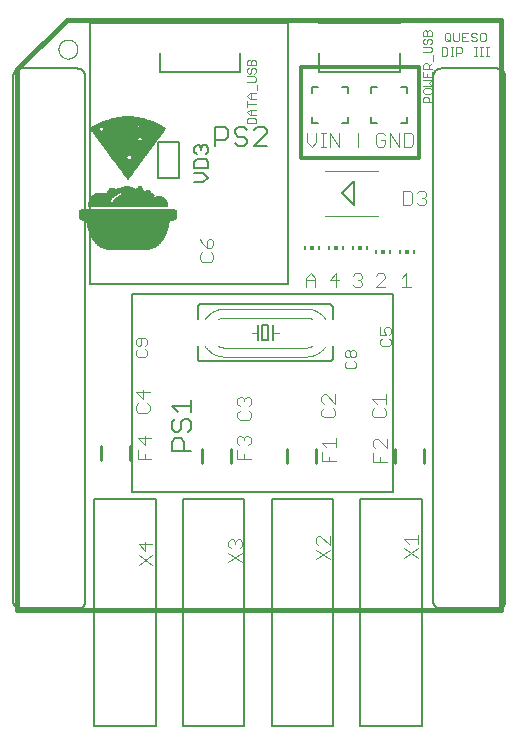
<source format=gto>
G75*
%MOIN*%
%OFA0B0*%
%FSLAX25Y25*%
%IPPOS*%
%LPD*%
%AMOC8*
5,1,8,0,0,1.08239X$1,22.5*
%
%ADD10C,0.01600*%
%ADD11C,0.00400*%
%ADD12C,0.01200*%
%ADD13C,0.00600*%
%ADD14C,0.00000*%
%ADD15C,0.00500*%
%ADD16C,0.01000*%
%ADD17C,0.00300*%
%ADD18R,0.00591X0.01181*%
%ADD19R,0.01181X0.01181*%
%ADD20C,0.00200*%
%ADD21C,0.00800*%
%ADD22R,0.14552X0.00131*%
%ADD23R,0.15732X0.00131*%
%ADD24R,0.16650X0.00131*%
%ADD25R,0.17306X0.00131*%
%ADD26R,0.17961X0.00131*%
%ADD27R,0.18485X0.00131*%
%ADD28R,0.18879X0.00131*%
%ADD29R,0.19272X0.00131*%
%ADD30R,0.19665X0.00131*%
%ADD31R,0.20059X0.00131*%
%ADD32R,0.20452X0.00131*%
%ADD33R,0.20714X0.00131*%
%ADD34R,0.20976X0.00131*%
%ADD35R,0.21370X0.00131*%
%ADD36R,0.21501X0.00131*%
%ADD37R,0.21763X0.00131*%
%ADD38R,0.22025X0.00131*%
%ADD39R,0.22287X0.00131*%
%ADD40R,0.22419X0.00131*%
%ADD41R,0.22681X0.00131*%
%ADD42R,0.22812X0.00131*%
%ADD43R,0.23074X0.00131*%
%ADD44R,0.23205X0.00131*%
%ADD45R,0.23336X0.00131*%
%ADD46R,0.23598X0.00131*%
%ADD47R,0.23730X0.00131*%
%ADD48R,0.23861X0.00131*%
%ADD49R,0.23992X0.00131*%
%ADD50R,0.24123X0.00131*%
%ADD51R,0.24385X0.00131*%
%ADD52R,0.24516X0.00131*%
%ADD53R,0.24647X0.00131*%
%ADD54R,0.24778X0.00131*%
%ADD55R,0.24909X0.00131*%
%ADD56R,0.25041X0.00131*%
%ADD57R,0.25172X0.00131*%
%ADD58R,0.25303X0.00131*%
%ADD59R,0.25434X0.00131*%
%ADD60R,0.25565X0.00131*%
%ADD61R,0.25696X0.00131*%
%ADD62R,0.25827X0.00131*%
%ADD63R,0.25958X0.00131*%
%ADD64R,0.26089X0.00131*%
%ADD65R,0.26220X0.00131*%
%ADD66R,0.26352X0.00131*%
%ADD67R,0.26483X0.00131*%
%ADD68R,0.26614X0.00131*%
%ADD69R,0.26745X0.00131*%
%ADD70R,0.26876X0.00131*%
%ADD71R,0.27007X0.00131*%
%ADD72R,0.27138X0.00131*%
%ADD73R,0.27269X0.00131*%
%ADD74R,0.27400X0.00131*%
%ADD75R,0.27531X0.00131*%
%ADD76R,0.27663X0.00131*%
%ADD77R,0.27794X0.00131*%
%ADD78R,0.27925X0.00131*%
%ADD79R,0.28056X0.00131*%
%ADD80R,0.30809X0.00131*%
%ADD81R,0.31465X0.00131*%
%ADD82R,0.31858X0.00131*%
%ADD83R,0.32251X0.00131*%
%ADD84R,0.32513X0.00131*%
%ADD85R,0.32644X0.00131*%
%ADD86R,0.32776X0.00131*%
%ADD87R,0.32382X0.00131*%
%ADD88R,0.31989X0.00131*%
%ADD89R,0.31596X0.00131*%
%ADD90R,0.31071X0.00131*%
%ADD91R,0.07735X0.00131*%
%ADD92R,0.07604X0.00131*%
%ADD93R,0.18223X0.00131*%
%ADD94R,0.07473X0.00131*%
%ADD95R,0.07342X0.00131*%
%ADD96R,0.17830X0.00131*%
%ADD97R,0.17699X0.00131*%
%ADD98R,0.17568X0.00131*%
%ADD99R,0.17043X0.00131*%
%ADD100R,0.16781X0.00131*%
%ADD101R,0.16388X0.00131*%
%ADD102R,0.16126X0.00131*%
%ADD103R,0.15863X0.00131*%
%ADD104R,0.15601X0.00131*%
%ADD105R,0.15077X0.00131*%
%ADD106R,0.12324X0.00131*%
%ADD107R,0.01835X0.00131*%
%ADD108R,0.11930X0.00131*%
%ADD109R,0.11799X0.00131*%
%ADD110R,0.11406X0.00131*%
%ADD111R,0.11013X0.00131*%
%ADD112R,0.10750X0.00131*%
%ADD113R,0.10357X0.00131*%
%ADD114R,0.10226X0.00131*%
%ADD115R,0.10095X0.00131*%
%ADD116R,0.02491X0.00131*%
%ADD117R,0.04457X0.00131*%
%ADD118R,0.14946X0.00131*%
%ADD119R,0.14815X0.00131*%
%ADD120R,0.14683X0.00131*%
%ADD121R,0.14421X0.00131*%
%ADD122R,0.12061X0.00131*%
%ADD123R,0.01967X0.00131*%
%ADD124R,0.01180X0.00131*%
%ADD125R,0.00524X0.00131*%
%ADD126R,0.11537X0.00131*%
%ADD127R,0.02098X0.00131*%
%ADD128R,0.06162X0.00131*%
%ADD129R,0.01442X0.00131*%
%ADD130R,0.05637X0.00131*%
%ADD131R,0.00262X0.00131*%
%ADD132R,0.04982X0.00131*%
%ADD133R,0.01704X0.00131*%
%ADD134R,0.04195X0.00131*%
%ADD135R,0.03409X0.00131*%
%ADD136R,0.01049X0.00131*%
%ADD137R,0.00656X0.00131*%
%ADD138R,0.00393X0.00131*%
%ADD139R,0.00131X0.00131*%
%ADD140R,0.00918X0.00131*%
%ADD141R,0.02229X0.00131*%
%ADD142R,0.02753X0.00131*%
%ADD143R,0.03015X0.00131*%
%ADD144R,0.03278X0.00131*%
%ADD145R,0.03540X0.00131*%
%ADD146R,0.03671X0.00131*%
%ADD147R,0.03802X0.00131*%
%ADD148R,0.04064X0.00131*%
%ADD149R,0.04326X0.00131*%
%ADD150R,0.04589X0.00131*%
%ADD151R,0.04851X0.00131*%
%ADD152R,0.05113X0.00131*%
%ADD153R,0.05375X0.00131*%
%ADD154R,0.05900X0.00131*%
%ADD155R,0.06424X0.00131*%
%ADD156R,0.06686X0.00131*%
%ADD157R,0.06948X0.00131*%
%ADD158R,0.07211X0.00131*%
%ADD159R,0.07997X0.00131*%
%ADD160R,0.08128X0.00131*%
%ADD161R,0.08259X0.00131*%
%ADD162R,0.08522X0.00131*%
%ADD163R,0.08784X0.00131*%
%ADD164R,0.08915X0.00131*%
%ADD165R,0.09046X0.00131*%
%ADD166R,0.09308X0.00131*%
%ADD167R,0.09570X0.00131*%
%ADD168R,0.09702X0.00131*%
%ADD169R,0.09833X0.00131*%
%ADD170R,0.05506X0.00131*%
%ADD171R,0.05244X0.00131*%
%ADD172R,0.04720X0.00131*%
%ADD173R,0.06293X0.00131*%
%ADD174R,0.12193X0.00131*%
%ADD175R,0.12455X0.00131*%
%ADD176R,0.12586X0.00131*%
%ADD177R,0.12717X0.00131*%
%ADD178R,0.12979X0.00131*%
%ADD179R,0.13241X0.00131*%
%ADD180R,0.13372X0.00131*%
%ADD181R,0.13504X0.00131*%
%ADD182R,0.13766X0.00131*%
%ADD183R,0.14028X0.00131*%
%ADD184R,0.14159X0.00131*%
%ADD185R,0.14290X0.00131*%
%ADD186R,0.15339X0.00131*%
%ADD187R,0.15470X0.00131*%
%ADD188R,0.16257X0.00131*%
%ADD189R,0.16519X0.00131*%
%ADD190R,0.16912X0.00131*%
%ADD191R,0.17437X0.00131*%
%ADD192R,0.18092X0.00131*%
%ADD193R,0.18617X0.00131*%
%ADD194R,0.19010X0.00131*%
%ADD195R,0.19403X0.00131*%
%ADD196R,0.13635X0.00131*%
%ADD197R,0.05769X0.00131*%
%ADD198R,0.06031X0.00131*%
%ADD199R,0.21107X0.00131*%
%ADD200R,0.21894X0.00131*%
%ADD201R,0.22156X0.00131*%
%ADD202R,0.22550X0.00131*%
%ADD203R,0.22943X0.00131*%
%ADD204R,0.15208X0.00131*%
%ADD205R,0.08391X0.00131*%
%ADD206R,0.24254X0.00131*%
%ADD207R,0.03146X0.00131*%
%ADD208R,0.20845X0.00131*%
%ADD209R,0.07866X0.00131*%
%ADD210R,0.21632X0.00131*%
%ADD211R,0.21239X0.00131*%
%ADD212R,0.20190X0.00131*%
%ADD213R,0.19534X0.00131*%
%ADD214R,0.17174X0.00131*%
%ADD215R,0.15994X0.00131*%
%ADD216R,0.11144X0.00131*%
D10*
X0022538Y0040030D02*
X0183955Y0040030D01*
X0183955Y0236880D01*
X0039073Y0236880D01*
X0022538Y0220344D01*
X0022538Y0040030D01*
X0044192Y0040030D02*
X0162302Y0040030D01*
D11*
X0156196Y0057552D02*
X0151592Y0060622D01*
X0153127Y0062156D02*
X0151592Y0063691D01*
X0156196Y0063691D01*
X0156196Y0062156D02*
X0156196Y0065226D01*
X0156196Y0060622D02*
X0151592Y0057552D01*
X0145759Y0089454D02*
X0141155Y0089454D01*
X0141155Y0092523D01*
X0141923Y0094058D02*
X0141155Y0094825D01*
X0141155Y0096360D01*
X0141923Y0097127D01*
X0142690Y0097127D01*
X0145759Y0094058D01*
X0145759Y0097127D01*
X0143457Y0090989D02*
X0143457Y0089454D01*
X0144701Y0104270D02*
X0141631Y0104270D01*
X0140864Y0105037D01*
X0140864Y0106572D01*
X0141631Y0107339D01*
X0142399Y0108874D02*
X0140864Y0110408D01*
X0145468Y0110408D01*
X0145468Y0108874D02*
X0145468Y0111943D01*
X0144701Y0107339D02*
X0145468Y0106572D01*
X0145468Y0105037D01*
X0144701Y0104270D01*
X0128720Y0097344D02*
X0128720Y0094275D01*
X0128720Y0095810D02*
X0124116Y0095810D01*
X0125651Y0094275D01*
X0124116Y0092741D02*
X0124116Y0089671D01*
X0128720Y0089671D01*
X0126418Y0089671D02*
X0126418Y0091206D01*
X0127772Y0104270D02*
X0124702Y0104270D01*
X0123935Y0105037D01*
X0123935Y0106572D01*
X0124702Y0107339D01*
X0124702Y0108874D02*
X0123935Y0109641D01*
X0123935Y0111176D01*
X0124702Y0111943D01*
X0125470Y0111943D01*
X0128539Y0108874D01*
X0128539Y0111943D01*
X0127772Y0107339D02*
X0128539Y0106572D01*
X0128539Y0105037D01*
X0127772Y0104270D01*
X0100586Y0104250D02*
X0100586Y0105784D01*
X0099819Y0106552D01*
X0099819Y0108086D02*
X0100586Y0108854D01*
X0100586Y0110388D01*
X0099819Y0111155D01*
X0099051Y0111155D01*
X0098284Y0110388D01*
X0098284Y0109621D01*
X0098284Y0110388D02*
X0097517Y0111155D01*
X0096749Y0111155D01*
X0095982Y0110388D01*
X0095982Y0108854D01*
X0096749Y0108086D01*
X0096749Y0106552D02*
X0095982Y0105784D01*
X0095982Y0104250D01*
X0096749Y0103482D01*
X0099819Y0103482D01*
X0100586Y0104250D01*
X0099606Y0098132D02*
X0098839Y0098132D01*
X0098072Y0097365D01*
X0098072Y0096597D01*
X0098072Y0097365D02*
X0097304Y0098132D01*
X0096537Y0098132D01*
X0095770Y0097365D01*
X0095770Y0095830D01*
X0096537Y0095063D01*
X0095770Y0093528D02*
X0095770Y0090459D01*
X0100373Y0090459D01*
X0098072Y0090459D02*
X0098072Y0091993D01*
X0099606Y0095063D02*
X0100373Y0095830D01*
X0100373Y0097365D01*
X0099606Y0098132D01*
X0096768Y0063651D02*
X0097535Y0062883D01*
X0097535Y0061349D01*
X0096768Y0060581D01*
X0097535Y0059047D02*
X0092931Y0055978D01*
X0092931Y0059047D02*
X0097535Y0055978D01*
X0093698Y0060581D02*
X0092931Y0061349D01*
X0092931Y0062883D01*
X0093698Y0063651D01*
X0094466Y0063651D01*
X0095233Y0062883D01*
X0096000Y0063651D01*
X0096768Y0063651D01*
X0095233Y0062883D02*
X0095233Y0062116D01*
X0122065Y0062530D02*
X0122832Y0061763D01*
X0122065Y0062530D02*
X0122065Y0064065D01*
X0122832Y0064832D01*
X0123599Y0064832D01*
X0126669Y0061763D01*
X0126669Y0064832D01*
X0126669Y0060228D02*
X0122065Y0057159D01*
X0122065Y0060228D02*
X0126669Y0057159D01*
X0067614Y0058259D02*
X0063010Y0055190D01*
X0063010Y0058259D02*
X0067614Y0055190D01*
X0065312Y0059794D02*
X0065312Y0062863D01*
X0067614Y0062096D02*
X0063010Y0062096D01*
X0065312Y0059794D01*
X0065001Y0090459D02*
X0065001Y0091993D01*
X0067303Y0090459D02*
X0062699Y0090459D01*
X0062699Y0093528D01*
X0065001Y0095063D02*
X0065001Y0098132D01*
X0067303Y0097365D02*
X0062699Y0097365D01*
X0065001Y0095063D01*
X0065961Y0105845D02*
X0062891Y0105845D01*
X0062124Y0106612D01*
X0062124Y0108146D01*
X0062891Y0108914D01*
X0064426Y0110448D02*
X0064426Y0113518D01*
X0066728Y0112750D02*
X0062124Y0112750D01*
X0064426Y0110448D01*
X0065961Y0108914D02*
X0066728Y0108146D01*
X0066728Y0106612D01*
X0065961Y0105845D01*
X0084151Y0156238D02*
X0083384Y0157006D01*
X0083384Y0158540D01*
X0084151Y0159307D01*
X0085686Y0160842D02*
X0085686Y0163144D01*
X0086453Y0163911D01*
X0087220Y0163911D01*
X0087988Y0163144D01*
X0087988Y0161609D01*
X0087220Y0160842D01*
X0085686Y0160842D01*
X0084151Y0162377D01*
X0083384Y0163911D01*
X0087220Y0159307D02*
X0087988Y0158540D01*
X0087988Y0157006D01*
X0087220Y0156238D01*
X0084151Y0156238D01*
X0118801Y0150779D02*
X0118801Y0147710D01*
X0118801Y0150012D02*
X0121870Y0150012D01*
X0121870Y0150779D02*
X0120336Y0152314D01*
X0118801Y0150779D01*
X0121870Y0150779D02*
X0121870Y0147710D01*
X0126675Y0150012D02*
X0129744Y0150012D01*
X0128977Y0147710D02*
X0128977Y0152314D01*
X0126675Y0150012D01*
X0134549Y0151546D02*
X0135316Y0152314D01*
X0136851Y0152314D01*
X0137618Y0151546D01*
X0137618Y0150779D01*
X0136851Y0150012D01*
X0137618Y0149244D01*
X0137618Y0148477D01*
X0136851Y0147710D01*
X0135316Y0147710D01*
X0134549Y0148477D01*
X0136084Y0150012D02*
X0136851Y0150012D01*
X0142029Y0151546D02*
X0142797Y0152314D01*
X0144331Y0152314D01*
X0145099Y0151546D01*
X0145099Y0150779D01*
X0142029Y0147710D01*
X0145099Y0147710D01*
X0150691Y0147710D02*
X0153760Y0147710D01*
X0152225Y0147710D02*
X0152225Y0152314D01*
X0150691Y0150779D01*
X0142855Y0171506D02*
X0125055Y0171506D01*
X0125055Y0186506D02*
X0142855Y0186506D01*
X0142982Y0194560D02*
X0144516Y0194560D01*
X0145284Y0195328D01*
X0145284Y0196862D01*
X0143749Y0196862D01*
X0142214Y0195328D02*
X0142982Y0194560D01*
X0142214Y0195328D02*
X0142214Y0198397D01*
X0142982Y0199164D01*
X0144516Y0199164D01*
X0145284Y0198397D01*
X0146818Y0199164D02*
X0146818Y0194560D01*
X0149888Y0194560D02*
X0146818Y0199164D01*
X0149888Y0199164D02*
X0149888Y0194560D01*
X0151422Y0194560D02*
X0153724Y0194560D01*
X0154491Y0195328D01*
X0154491Y0198397D01*
X0153724Y0199164D01*
X0151422Y0199164D01*
X0151422Y0194560D01*
X0151246Y0179711D02*
X0153548Y0179711D01*
X0154315Y0178944D01*
X0154315Y0175875D01*
X0153548Y0175107D01*
X0151246Y0175107D01*
X0151246Y0179711D01*
X0155850Y0178944D02*
X0156617Y0179711D01*
X0158152Y0179711D01*
X0158919Y0178944D01*
X0158919Y0178177D01*
X0158152Y0177409D01*
X0158919Y0176642D01*
X0158919Y0175875D01*
X0158152Y0175107D01*
X0156617Y0175107D01*
X0155850Y0175875D01*
X0157384Y0177409D02*
X0158152Y0177409D01*
X0136076Y0194560D02*
X0136076Y0199164D01*
X0129937Y0199164D02*
X0129937Y0194560D01*
X0126868Y0199164D01*
X0126868Y0194560D01*
X0125333Y0194560D02*
X0123799Y0194560D01*
X0124566Y0194560D02*
X0124566Y0199164D01*
X0123799Y0199164D02*
X0125333Y0199164D01*
X0122264Y0199164D02*
X0122264Y0196095D01*
X0120729Y0194560D01*
X0119195Y0196095D01*
X0119195Y0199164D01*
X0164061Y0224789D02*
X0165462Y0224789D01*
X0165929Y0225256D01*
X0165929Y0227125D01*
X0165462Y0227592D01*
X0164061Y0227592D01*
X0164061Y0224789D01*
X0167007Y0224789D02*
X0167941Y0224789D01*
X0167474Y0224789D02*
X0167474Y0227592D01*
X0167007Y0227592D02*
X0167941Y0227592D01*
X0168972Y0227592D02*
X0170373Y0227592D01*
X0170840Y0227125D01*
X0170840Y0226191D01*
X0170373Y0225723D01*
X0168972Y0225723D01*
X0168972Y0224789D02*
X0168972Y0227592D01*
X0169391Y0229589D02*
X0169858Y0230056D01*
X0169858Y0232392D01*
X0170936Y0232392D02*
X0170936Y0229589D01*
X0172804Y0229589D01*
X0173883Y0230056D02*
X0174350Y0229589D01*
X0175284Y0229589D01*
X0175751Y0230056D01*
X0175751Y0230523D01*
X0175284Y0230991D01*
X0174350Y0230991D01*
X0173883Y0231458D01*
X0173883Y0231925D01*
X0174350Y0232392D01*
X0175284Y0232392D01*
X0175751Y0231925D01*
X0176829Y0231925D02*
X0176829Y0230056D01*
X0177296Y0229589D01*
X0178230Y0229589D01*
X0178697Y0230056D01*
X0178697Y0231925D01*
X0178230Y0232392D01*
X0177296Y0232392D01*
X0176829Y0231925D01*
X0172804Y0232392D02*
X0170936Y0232392D01*
X0170936Y0230991D02*
X0171870Y0230991D01*
X0169391Y0229589D02*
X0168457Y0229589D01*
X0167990Y0230056D01*
X0167990Y0232392D01*
X0166911Y0231925D02*
X0166911Y0230056D01*
X0166444Y0229589D01*
X0165510Y0229589D01*
X0165043Y0230056D01*
X0165043Y0231925D01*
X0165510Y0232392D01*
X0166444Y0232392D01*
X0166911Y0231925D01*
X0165977Y0230523D02*
X0166911Y0229589D01*
X0174865Y0227592D02*
X0175799Y0227592D01*
X0175332Y0227592D02*
X0175332Y0224789D01*
X0174865Y0224789D02*
X0175799Y0224789D01*
X0176829Y0224789D02*
X0177763Y0224789D01*
X0177296Y0224789D02*
X0177296Y0227592D01*
X0176829Y0227592D02*
X0177763Y0227592D01*
X0178793Y0227592D02*
X0179728Y0227592D01*
X0179261Y0227592D02*
X0179261Y0224789D01*
X0179728Y0224789D02*
X0178793Y0224789D01*
D12*
X0156396Y0221132D02*
X0156396Y0190817D01*
X0117026Y0190817D01*
X0117026Y0221132D01*
X0156396Y0221132D01*
D13*
X0161247Y0218081D02*
X0161247Y0043081D01*
X0161249Y0042983D01*
X0161255Y0042885D01*
X0161264Y0042787D01*
X0161278Y0042690D01*
X0161295Y0042593D01*
X0161316Y0042497D01*
X0161341Y0042402D01*
X0161369Y0042308D01*
X0161402Y0042216D01*
X0161437Y0042124D01*
X0161477Y0042034D01*
X0161519Y0041946D01*
X0161566Y0041859D01*
X0161615Y0041775D01*
X0161668Y0041692D01*
X0161724Y0041612D01*
X0161784Y0041533D01*
X0161846Y0041457D01*
X0161911Y0041384D01*
X0161979Y0041313D01*
X0162050Y0041245D01*
X0162123Y0041180D01*
X0162199Y0041118D01*
X0162278Y0041058D01*
X0162358Y0041002D01*
X0162441Y0040949D01*
X0162525Y0040900D01*
X0162612Y0040853D01*
X0162700Y0040811D01*
X0162790Y0040771D01*
X0162882Y0040736D01*
X0162974Y0040703D01*
X0163068Y0040675D01*
X0163163Y0040650D01*
X0163259Y0040629D01*
X0163356Y0040612D01*
X0163453Y0040598D01*
X0163551Y0040589D01*
X0163649Y0040583D01*
X0163747Y0040581D01*
X0182747Y0040581D01*
X0182845Y0040583D01*
X0182943Y0040589D01*
X0183041Y0040598D01*
X0183138Y0040612D01*
X0183235Y0040629D01*
X0183331Y0040650D01*
X0183426Y0040675D01*
X0183520Y0040703D01*
X0183612Y0040736D01*
X0183704Y0040771D01*
X0183794Y0040811D01*
X0183882Y0040853D01*
X0183969Y0040900D01*
X0184053Y0040949D01*
X0184136Y0041002D01*
X0184216Y0041058D01*
X0184295Y0041118D01*
X0184371Y0041180D01*
X0184444Y0041245D01*
X0184515Y0041313D01*
X0184583Y0041384D01*
X0184648Y0041457D01*
X0184710Y0041533D01*
X0184770Y0041612D01*
X0184826Y0041692D01*
X0184879Y0041775D01*
X0184928Y0041859D01*
X0184975Y0041946D01*
X0185017Y0042034D01*
X0185057Y0042124D01*
X0185092Y0042216D01*
X0185125Y0042308D01*
X0185153Y0042402D01*
X0185178Y0042497D01*
X0185199Y0042593D01*
X0185216Y0042690D01*
X0185230Y0042787D01*
X0185239Y0042885D01*
X0185245Y0042983D01*
X0185247Y0043081D01*
X0185247Y0218081D01*
X0185245Y0218179D01*
X0185239Y0218277D01*
X0185230Y0218375D01*
X0185216Y0218472D01*
X0185199Y0218569D01*
X0185178Y0218665D01*
X0185153Y0218760D01*
X0185125Y0218854D01*
X0185092Y0218946D01*
X0185057Y0219038D01*
X0185017Y0219128D01*
X0184975Y0219216D01*
X0184928Y0219303D01*
X0184879Y0219387D01*
X0184826Y0219470D01*
X0184770Y0219550D01*
X0184710Y0219629D01*
X0184648Y0219705D01*
X0184583Y0219778D01*
X0184515Y0219849D01*
X0184444Y0219917D01*
X0184371Y0219982D01*
X0184295Y0220044D01*
X0184216Y0220104D01*
X0184136Y0220160D01*
X0184053Y0220213D01*
X0183969Y0220262D01*
X0183882Y0220309D01*
X0183794Y0220351D01*
X0183704Y0220391D01*
X0183612Y0220426D01*
X0183520Y0220459D01*
X0183426Y0220487D01*
X0183331Y0220512D01*
X0183235Y0220533D01*
X0183138Y0220550D01*
X0183041Y0220564D01*
X0182943Y0220573D01*
X0182845Y0220579D01*
X0182747Y0220581D01*
X0163747Y0220581D01*
X0163649Y0220579D01*
X0163551Y0220573D01*
X0163453Y0220564D01*
X0163356Y0220550D01*
X0163259Y0220533D01*
X0163163Y0220512D01*
X0163068Y0220487D01*
X0162974Y0220459D01*
X0162882Y0220426D01*
X0162790Y0220391D01*
X0162700Y0220351D01*
X0162612Y0220309D01*
X0162525Y0220262D01*
X0162441Y0220213D01*
X0162358Y0220160D01*
X0162278Y0220104D01*
X0162199Y0220044D01*
X0162123Y0219982D01*
X0162050Y0219917D01*
X0161979Y0219849D01*
X0161911Y0219778D01*
X0161846Y0219705D01*
X0161784Y0219629D01*
X0161724Y0219550D01*
X0161668Y0219470D01*
X0161615Y0219387D01*
X0161566Y0219303D01*
X0161519Y0219216D01*
X0161477Y0219128D01*
X0161437Y0219038D01*
X0161402Y0218946D01*
X0161369Y0218854D01*
X0161341Y0218760D01*
X0161316Y0218665D01*
X0161295Y0218569D01*
X0161278Y0218472D01*
X0161264Y0218375D01*
X0161255Y0218277D01*
X0161249Y0218179D01*
X0161247Y0218081D01*
X0152554Y0214533D02*
X0152554Y0212533D01*
X0152554Y0214533D02*
X0150554Y0214533D01*
X0142554Y0214533D02*
X0140554Y0214533D01*
X0140554Y0212533D01*
X0140554Y0204533D02*
X0140554Y0202533D01*
X0142554Y0202533D01*
X0150554Y0202533D02*
X0152554Y0202533D01*
X0152554Y0204533D01*
X0132869Y0204533D02*
X0132869Y0202533D01*
X0130869Y0202533D01*
X0132869Y0212533D02*
X0132869Y0214533D01*
X0130869Y0214533D01*
X0122869Y0214533D02*
X0120869Y0214533D01*
X0120869Y0212533D01*
X0120869Y0204533D02*
X0120869Y0202533D01*
X0122869Y0202533D01*
X0105747Y0199998D02*
X0105747Y0198931D01*
X0101477Y0194660D01*
X0105747Y0194660D01*
X0105747Y0199998D02*
X0104680Y0201066D01*
X0102545Y0201066D01*
X0101477Y0199998D01*
X0099302Y0199998D02*
X0098234Y0201066D01*
X0096099Y0201066D01*
X0095032Y0199998D01*
X0095032Y0198931D01*
X0096099Y0197863D01*
X0098234Y0197863D01*
X0099302Y0196795D01*
X0099302Y0195728D01*
X0098234Y0194660D01*
X0096099Y0194660D01*
X0095032Y0195728D01*
X0092856Y0197863D02*
X0091789Y0196795D01*
X0088586Y0196795D01*
X0088586Y0194660D02*
X0088586Y0201066D01*
X0091789Y0201066D01*
X0092856Y0199998D01*
X0092856Y0197863D01*
X0076487Y0195935D02*
X0076487Y0184124D01*
X0069611Y0184124D01*
X0069611Y0195935D01*
X0076487Y0195935D01*
X0067573Y0196278D02*
X0067575Y0196321D01*
X0067581Y0196363D01*
X0067591Y0196404D01*
X0067604Y0196445D01*
X0067621Y0196483D01*
X0067642Y0196521D01*
X0067666Y0196556D01*
X0067693Y0196589D01*
X0067723Y0196619D01*
X0067756Y0196646D01*
X0067791Y0196670D01*
X0067829Y0196691D01*
X0067867Y0196708D01*
X0067908Y0196721D01*
X0067949Y0196731D01*
X0067991Y0196737D01*
X0068034Y0196739D01*
X0068077Y0196737D01*
X0068119Y0196731D01*
X0068160Y0196721D01*
X0068201Y0196708D01*
X0068239Y0196691D01*
X0068277Y0196670D01*
X0068312Y0196646D01*
X0068345Y0196619D01*
X0068375Y0196589D01*
X0068402Y0196556D01*
X0068426Y0196521D01*
X0068447Y0196483D01*
X0068464Y0196445D01*
X0068477Y0196404D01*
X0068487Y0196363D01*
X0068493Y0196321D01*
X0068495Y0196278D01*
X0068493Y0196235D01*
X0068487Y0196193D01*
X0068477Y0196152D01*
X0068464Y0196111D01*
X0068447Y0196073D01*
X0068426Y0196035D01*
X0068402Y0196000D01*
X0068375Y0195967D01*
X0068345Y0195937D01*
X0068312Y0195910D01*
X0068277Y0195886D01*
X0068239Y0195865D01*
X0068201Y0195848D01*
X0068160Y0195835D01*
X0068119Y0195825D01*
X0068077Y0195819D01*
X0068034Y0195817D01*
X0067991Y0195819D01*
X0067949Y0195825D01*
X0067908Y0195835D01*
X0067867Y0195848D01*
X0067829Y0195865D01*
X0067791Y0195886D01*
X0067756Y0195910D01*
X0067723Y0195937D01*
X0067693Y0195967D01*
X0067666Y0196000D01*
X0067642Y0196035D01*
X0067621Y0196073D01*
X0067604Y0196111D01*
X0067591Y0196152D01*
X0067581Y0196193D01*
X0067575Y0196235D01*
X0067573Y0196278D01*
X0045247Y0218081D02*
X0045247Y0043081D01*
X0045245Y0042983D01*
X0045239Y0042885D01*
X0045230Y0042787D01*
X0045216Y0042690D01*
X0045199Y0042593D01*
X0045178Y0042497D01*
X0045153Y0042402D01*
X0045125Y0042308D01*
X0045092Y0042216D01*
X0045057Y0042124D01*
X0045017Y0042034D01*
X0044975Y0041946D01*
X0044928Y0041859D01*
X0044879Y0041775D01*
X0044826Y0041692D01*
X0044770Y0041612D01*
X0044710Y0041533D01*
X0044648Y0041457D01*
X0044583Y0041384D01*
X0044515Y0041313D01*
X0044444Y0041245D01*
X0044371Y0041180D01*
X0044295Y0041118D01*
X0044216Y0041058D01*
X0044136Y0041002D01*
X0044053Y0040949D01*
X0043969Y0040900D01*
X0043882Y0040853D01*
X0043794Y0040811D01*
X0043704Y0040771D01*
X0043612Y0040736D01*
X0043520Y0040703D01*
X0043426Y0040675D01*
X0043331Y0040650D01*
X0043235Y0040629D01*
X0043138Y0040612D01*
X0043041Y0040598D01*
X0042943Y0040589D01*
X0042845Y0040583D01*
X0042747Y0040581D01*
X0023747Y0040581D01*
X0023649Y0040583D01*
X0023551Y0040589D01*
X0023453Y0040598D01*
X0023356Y0040612D01*
X0023259Y0040629D01*
X0023163Y0040650D01*
X0023068Y0040675D01*
X0022974Y0040703D01*
X0022882Y0040736D01*
X0022790Y0040771D01*
X0022700Y0040811D01*
X0022612Y0040853D01*
X0022525Y0040900D01*
X0022441Y0040949D01*
X0022358Y0041002D01*
X0022278Y0041058D01*
X0022199Y0041118D01*
X0022123Y0041180D01*
X0022050Y0041245D01*
X0021979Y0041313D01*
X0021911Y0041384D01*
X0021846Y0041457D01*
X0021784Y0041533D01*
X0021724Y0041612D01*
X0021668Y0041692D01*
X0021615Y0041775D01*
X0021566Y0041859D01*
X0021519Y0041946D01*
X0021477Y0042034D01*
X0021437Y0042124D01*
X0021402Y0042216D01*
X0021369Y0042308D01*
X0021341Y0042402D01*
X0021316Y0042497D01*
X0021295Y0042593D01*
X0021278Y0042690D01*
X0021264Y0042787D01*
X0021255Y0042885D01*
X0021249Y0042983D01*
X0021247Y0043081D01*
X0021247Y0218081D01*
X0021249Y0218179D01*
X0021255Y0218277D01*
X0021264Y0218375D01*
X0021278Y0218472D01*
X0021295Y0218569D01*
X0021316Y0218665D01*
X0021341Y0218760D01*
X0021369Y0218854D01*
X0021402Y0218946D01*
X0021437Y0219038D01*
X0021477Y0219128D01*
X0021519Y0219216D01*
X0021566Y0219303D01*
X0021615Y0219387D01*
X0021668Y0219470D01*
X0021724Y0219550D01*
X0021784Y0219629D01*
X0021846Y0219705D01*
X0021911Y0219778D01*
X0021979Y0219849D01*
X0022050Y0219917D01*
X0022123Y0219982D01*
X0022199Y0220044D01*
X0022278Y0220104D01*
X0022358Y0220160D01*
X0022441Y0220213D01*
X0022525Y0220262D01*
X0022612Y0220309D01*
X0022700Y0220351D01*
X0022790Y0220391D01*
X0022882Y0220426D01*
X0022974Y0220459D01*
X0023068Y0220487D01*
X0023163Y0220512D01*
X0023259Y0220533D01*
X0023356Y0220550D01*
X0023453Y0220564D01*
X0023551Y0220573D01*
X0023649Y0220579D01*
X0023747Y0220581D01*
X0042747Y0220581D01*
X0042845Y0220579D01*
X0042943Y0220573D01*
X0043041Y0220564D01*
X0043138Y0220550D01*
X0043235Y0220533D01*
X0043331Y0220512D01*
X0043426Y0220487D01*
X0043520Y0220459D01*
X0043612Y0220426D01*
X0043704Y0220391D01*
X0043794Y0220351D01*
X0043882Y0220309D01*
X0043969Y0220262D01*
X0044053Y0220213D01*
X0044136Y0220160D01*
X0044216Y0220104D01*
X0044295Y0220044D01*
X0044371Y0219982D01*
X0044444Y0219917D01*
X0044515Y0219849D01*
X0044583Y0219778D01*
X0044648Y0219705D01*
X0044710Y0219629D01*
X0044770Y0219550D01*
X0044826Y0219470D01*
X0044879Y0219387D01*
X0044928Y0219303D01*
X0044975Y0219216D01*
X0045017Y0219128D01*
X0045057Y0219038D01*
X0045092Y0218946D01*
X0045125Y0218854D01*
X0045153Y0218760D01*
X0045178Y0218665D01*
X0045199Y0218569D01*
X0045216Y0218472D01*
X0045230Y0218375D01*
X0045239Y0218277D01*
X0045245Y0218179D01*
X0045247Y0218081D01*
X0083715Y0142049D02*
X0126715Y0142049D01*
X0126775Y0142047D01*
X0126836Y0142042D01*
X0126895Y0142033D01*
X0126954Y0142020D01*
X0127013Y0142004D01*
X0127070Y0141984D01*
X0127125Y0141961D01*
X0127180Y0141934D01*
X0127232Y0141905D01*
X0127283Y0141872D01*
X0127332Y0141836D01*
X0127378Y0141798D01*
X0127422Y0141756D01*
X0127464Y0141712D01*
X0127502Y0141666D01*
X0127538Y0141617D01*
X0127571Y0141566D01*
X0127600Y0141514D01*
X0127627Y0141459D01*
X0127650Y0141404D01*
X0127670Y0141347D01*
X0127686Y0141288D01*
X0127699Y0141229D01*
X0127708Y0141170D01*
X0127713Y0141109D01*
X0127715Y0141049D01*
X0127715Y0137049D01*
X0127715Y0128049D02*
X0127715Y0124049D01*
X0127713Y0123989D01*
X0127708Y0123928D01*
X0127699Y0123869D01*
X0127686Y0123810D01*
X0127670Y0123751D01*
X0127650Y0123694D01*
X0127627Y0123639D01*
X0127600Y0123584D01*
X0127571Y0123532D01*
X0127538Y0123481D01*
X0127502Y0123432D01*
X0127464Y0123386D01*
X0127422Y0123342D01*
X0127378Y0123300D01*
X0127332Y0123262D01*
X0127283Y0123226D01*
X0127232Y0123193D01*
X0127180Y0123164D01*
X0127125Y0123137D01*
X0127070Y0123114D01*
X0127013Y0123094D01*
X0126954Y0123078D01*
X0126895Y0123065D01*
X0126836Y0123056D01*
X0126775Y0123051D01*
X0126715Y0123049D01*
X0083715Y0123049D01*
X0083655Y0123051D01*
X0083594Y0123056D01*
X0083535Y0123065D01*
X0083476Y0123078D01*
X0083417Y0123094D01*
X0083360Y0123114D01*
X0083305Y0123137D01*
X0083250Y0123164D01*
X0083198Y0123193D01*
X0083147Y0123226D01*
X0083098Y0123262D01*
X0083052Y0123300D01*
X0083008Y0123342D01*
X0082966Y0123386D01*
X0082928Y0123432D01*
X0082892Y0123481D01*
X0082859Y0123532D01*
X0082830Y0123584D01*
X0082803Y0123639D01*
X0082780Y0123694D01*
X0082760Y0123751D01*
X0082744Y0123810D01*
X0082731Y0123869D01*
X0082722Y0123928D01*
X0082717Y0123989D01*
X0082715Y0124049D01*
X0082715Y0128049D01*
X0082715Y0137049D02*
X0082715Y0141049D01*
X0082717Y0141109D01*
X0082722Y0141170D01*
X0082731Y0141229D01*
X0082744Y0141288D01*
X0082760Y0141347D01*
X0082780Y0141404D01*
X0082803Y0141459D01*
X0082830Y0141514D01*
X0082859Y0141566D01*
X0082892Y0141617D01*
X0082928Y0141666D01*
X0082966Y0141712D01*
X0083008Y0141756D01*
X0083052Y0141798D01*
X0083098Y0141836D01*
X0083147Y0141872D01*
X0083198Y0141905D01*
X0083250Y0141934D01*
X0083305Y0141961D01*
X0083360Y0141984D01*
X0083417Y0142004D01*
X0083476Y0142020D01*
X0083535Y0142033D01*
X0083594Y0142042D01*
X0083655Y0142047D01*
X0083715Y0142049D01*
X0102715Y0135049D02*
X0102715Y0132549D01*
X0102715Y0130049D01*
X0104215Y0130049D02*
X0106215Y0130049D01*
X0106215Y0135049D01*
X0104215Y0135049D01*
X0104215Y0130049D01*
X0107715Y0130049D02*
X0107715Y0132549D01*
X0107715Y0135049D01*
X0080419Y0110202D02*
X0080419Y0105931D01*
X0080419Y0108066D02*
X0074014Y0108066D01*
X0076149Y0105931D01*
X0075081Y0103756D02*
X0074014Y0102688D01*
X0074014Y0100553D01*
X0075081Y0099486D01*
X0076149Y0099486D01*
X0077216Y0100553D01*
X0077216Y0102688D01*
X0078284Y0103756D01*
X0079352Y0103756D01*
X0080419Y0102688D01*
X0080419Y0100553D01*
X0079352Y0099486D01*
X0077216Y0097311D02*
X0078284Y0096243D01*
X0078284Y0093040D01*
X0080419Y0093040D02*
X0074014Y0093040D01*
X0074014Y0096243D01*
X0075081Y0097311D01*
X0077216Y0097311D01*
D14*
X0036317Y0227037D02*
X0036319Y0227149D01*
X0036325Y0227260D01*
X0036335Y0227372D01*
X0036349Y0227483D01*
X0036366Y0227593D01*
X0036388Y0227703D01*
X0036414Y0227812D01*
X0036443Y0227920D01*
X0036476Y0228026D01*
X0036513Y0228132D01*
X0036554Y0228236D01*
X0036599Y0228339D01*
X0036647Y0228440D01*
X0036698Y0228539D01*
X0036753Y0228636D01*
X0036812Y0228731D01*
X0036873Y0228825D01*
X0036938Y0228916D01*
X0037007Y0229004D01*
X0037078Y0229090D01*
X0037152Y0229174D01*
X0037230Y0229254D01*
X0037310Y0229332D01*
X0037393Y0229408D01*
X0037478Y0229480D01*
X0037566Y0229549D01*
X0037656Y0229615D01*
X0037749Y0229677D01*
X0037844Y0229737D01*
X0037941Y0229793D01*
X0038039Y0229845D01*
X0038140Y0229894D01*
X0038242Y0229939D01*
X0038346Y0229981D01*
X0038451Y0230019D01*
X0038558Y0230053D01*
X0038665Y0230083D01*
X0038774Y0230110D01*
X0038883Y0230132D01*
X0038994Y0230151D01*
X0039104Y0230166D01*
X0039216Y0230177D01*
X0039327Y0230184D01*
X0039439Y0230187D01*
X0039551Y0230186D01*
X0039663Y0230181D01*
X0039774Y0230172D01*
X0039885Y0230159D01*
X0039996Y0230142D01*
X0040106Y0230122D01*
X0040215Y0230097D01*
X0040323Y0230069D01*
X0040430Y0230036D01*
X0040536Y0230000D01*
X0040640Y0229960D01*
X0040743Y0229917D01*
X0040845Y0229870D01*
X0040944Y0229819D01*
X0041042Y0229765D01*
X0041138Y0229707D01*
X0041232Y0229646D01*
X0041323Y0229582D01*
X0041412Y0229515D01*
X0041499Y0229444D01*
X0041583Y0229370D01*
X0041665Y0229294D01*
X0041743Y0229214D01*
X0041819Y0229132D01*
X0041892Y0229047D01*
X0041962Y0228960D01*
X0042028Y0228870D01*
X0042092Y0228778D01*
X0042152Y0228684D01*
X0042209Y0228588D01*
X0042262Y0228489D01*
X0042312Y0228389D01*
X0042358Y0228288D01*
X0042401Y0228184D01*
X0042440Y0228079D01*
X0042475Y0227973D01*
X0042506Y0227866D01*
X0042534Y0227757D01*
X0042557Y0227648D01*
X0042577Y0227538D01*
X0042593Y0227427D01*
X0042605Y0227316D01*
X0042613Y0227205D01*
X0042617Y0227093D01*
X0042617Y0226981D01*
X0042613Y0226869D01*
X0042605Y0226758D01*
X0042593Y0226647D01*
X0042577Y0226536D01*
X0042557Y0226426D01*
X0042534Y0226317D01*
X0042506Y0226208D01*
X0042475Y0226101D01*
X0042440Y0225995D01*
X0042401Y0225890D01*
X0042358Y0225786D01*
X0042312Y0225685D01*
X0042262Y0225585D01*
X0042209Y0225486D01*
X0042152Y0225390D01*
X0042092Y0225296D01*
X0042028Y0225204D01*
X0041962Y0225114D01*
X0041892Y0225027D01*
X0041819Y0224942D01*
X0041743Y0224860D01*
X0041665Y0224780D01*
X0041583Y0224704D01*
X0041499Y0224630D01*
X0041412Y0224559D01*
X0041323Y0224492D01*
X0041232Y0224428D01*
X0041138Y0224367D01*
X0041042Y0224309D01*
X0040944Y0224255D01*
X0040845Y0224204D01*
X0040743Y0224157D01*
X0040640Y0224114D01*
X0040536Y0224074D01*
X0040430Y0224038D01*
X0040323Y0224005D01*
X0040215Y0223977D01*
X0040106Y0223952D01*
X0039996Y0223932D01*
X0039885Y0223915D01*
X0039774Y0223902D01*
X0039663Y0223893D01*
X0039551Y0223888D01*
X0039439Y0223887D01*
X0039327Y0223890D01*
X0039216Y0223897D01*
X0039104Y0223908D01*
X0038994Y0223923D01*
X0038883Y0223942D01*
X0038774Y0223964D01*
X0038665Y0223991D01*
X0038558Y0224021D01*
X0038451Y0224055D01*
X0038346Y0224093D01*
X0038242Y0224135D01*
X0038140Y0224180D01*
X0038039Y0224229D01*
X0037941Y0224281D01*
X0037844Y0224337D01*
X0037749Y0224397D01*
X0037656Y0224459D01*
X0037566Y0224525D01*
X0037478Y0224594D01*
X0037393Y0224666D01*
X0037310Y0224742D01*
X0037230Y0224820D01*
X0037152Y0224900D01*
X0037078Y0224984D01*
X0037007Y0225070D01*
X0036938Y0225158D01*
X0036873Y0225249D01*
X0036812Y0225343D01*
X0036753Y0225438D01*
X0036698Y0225535D01*
X0036647Y0225634D01*
X0036599Y0225735D01*
X0036554Y0225838D01*
X0036513Y0225942D01*
X0036476Y0226048D01*
X0036443Y0226154D01*
X0036414Y0226262D01*
X0036388Y0226371D01*
X0036366Y0226481D01*
X0036349Y0226591D01*
X0036335Y0226702D01*
X0036325Y0226814D01*
X0036319Y0226925D01*
X0036317Y0227037D01*
D15*
X0046696Y0235691D02*
X0112696Y0235691D01*
X0112696Y0148691D01*
X0046696Y0148691D01*
X0046696Y0235691D01*
X0082403Y0194928D02*
X0081652Y0194177D01*
X0081652Y0192676D01*
X0082403Y0191926D01*
X0082403Y0190324D02*
X0081652Y0189574D01*
X0081652Y0187322D01*
X0086156Y0187322D01*
X0086156Y0189574D01*
X0085406Y0190324D01*
X0082403Y0190324D01*
X0085406Y0191926D02*
X0086156Y0192676D01*
X0086156Y0194177D01*
X0085406Y0194928D01*
X0084655Y0194928D01*
X0083904Y0194177D01*
X0083904Y0193427D01*
X0083904Y0194177D02*
X0083154Y0194928D01*
X0082403Y0194928D01*
X0081652Y0185720D02*
X0084655Y0185720D01*
X0086156Y0184219D01*
X0084655Y0182718D01*
X0081652Y0182718D01*
X0060727Y0145400D02*
X0147727Y0145400D01*
X0147727Y0079400D01*
X0060727Y0079400D01*
X0060727Y0145400D01*
X0068798Y0077234D02*
X0048325Y0077234D01*
X0048325Y0001250D01*
X0068798Y0001250D01*
X0068798Y0077234D01*
X0077853Y0077234D02*
X0077853Y0001250D01*
X0098325Y0001250D01*
X0098325Y0077234D01*
X0077853Y0077234D01*
X0107381Y0077234D02*
X0107381Y0001250D01*
X0127853Y0001250D01*
X0127853Y0077234D01*
X0107381Y0077234D01*
X0136908Y0077234D02*
X0136908Y0001250D01*
X0157381Y0001250D01*
X0157381Y0077234D01*
X0136908Y0077234D01*
D16*
X0148447Y0089011D02*
X0148447Y0093611D01*
X0158047Y0093611D02*
X0158047Y0089011D01*
X0122220Y0089011D02*
X0122220Y0093611D01*
X0112620Y0093611D02*
X0112620Y0089011D01*
X0093873Y0089011D02*
X0093873Y0093611D01*
X0084273Y0093611D02*
X0084273Y0089011D01*
X0060015Y0090192D02*
X0060015Y0094792D01*
X0050415Y0094792D02*
X0050415Y0090192D01*
D17*
X0062727Y0124550D02*
X0065196Y0124550D01*
X0065813Y0125167D01*
X0065813Y0126401D01*
X0065196Y0127018D01*
X0065196Y0128233D02*
X0065813Y0128850D01*
X0065813Y0130084D01*
X0065196Y0130702D01*
X0062727Y0130702D01*
X0062110Y0130084D01*
X0062110Y0128850D01*
X0062727Y0128233D01*
X0063344Y0128233D01*
X0063962Y0128850D01*
X0063962Y0130702D01*
X0062727Y0127018D02*
X0062110Y0126401D01*
X0062110Y0125167D01*
X0062727Y0124550D01*
X0131795Y0124913D02*
X0131795Y0126147D01*
X0132412Y0126765D01*
X0133030Y0126765D01*
X0133647Y0126147D01*
X0133647Y0124913D01*
X0133030Y0124296D01*
X0132412Y0124296D01*
X0131795Y0124913D01*
X0133647Y0124913D02*
X0134264Y0124296D01*
X0134881Y0124296D01*
X0135498Y0124913D01*
X0135498Y0126147D01*
X0134881Y0126765D01*
X0134264Y0126765D01*
X0133647Y0126147D01*
X0134881Y0123081D02*
X0135498Y0122464D01*
X0135498Y0121230D01*
X0134881Y0120613D01*
X0132412Y0120613D01*
X0131795Y0121230D01*
X0131795Y0122464D01*
X0132412Y0123081D01*
X0143571Y0128726D02*
X0144188Y0128109D01*
X0146657Y0128109D01*
X0147274Y0128726D01*
X0147274Y0129960D01*
X0146657Y0130577D01*
X0146657Y0131792D02*
X0147274Y0132409D01*
X0147274Y0133643D01*
X0146657Y0134260D01*
X0145422Y0134260D01*
X0144805Y0133643D01*
X0144805Y0133026D01*
X0145422Y0131792D01*
X0143571Y0131792D01*
X0143571Y0134260D01*
X0144188Y0130577D02*
X0143571Y0129960D01*
X0143571Y0128726D01*
D18*
X0142223Y0159518D03*
X0139073Y0160699D03*
X0134349Y0160699D03*
X0131199Y0160699D03*
X0126475Y0160699D03*
X0123325Y0160699D03*
X0118601Y0160699D03*
X0146948Y0159518D03*
X0150097Y0159518D03*
X0154822Y0159518D03*
D19*
X0152459Y0159518D03*
X0144585Y0159518D03*
X0136711Y0160699D03*
X0128837Y0160699D03*
X0120963Y0160699D03*
D20*
X0118715Y0140549D02*
X0091715Y0140549D01*
X0091715Y0137549D02*
X0118715Y0137549D01*
X0118848Y0137547D01*
X0118980Y0137542D01*
X0119112Y0137533D01*
X0119245Y0137521D01*
X0119376Y0137505D01*
X0119508Y0137486D01*
X0119638Y0137463D01*
X0119768Y0137437D01*
X0119898Y0137407D01*
X0120026Y0137374D01*
X0120154Y0137338D01*
X0120280Y0137298D01*
X0120406Y0137255D01*
X0120530Y0137208D01*
X0120653Y0137158D01*
X0120774Y0137105D01*
X0120894Y0137049D01*
X0118715Y0140549D02*
X0118909Y0140547D01*
X0119104Y0140540D01*
X0119298Y0140528D01*
X0119492Y0140511D01*
X0119686Y0140490D01*
X0119879Y0140464D01*
X0120071Y0140433D01*
X0120262Y0140398D01*
X0120453Y0140358D01*
X0120642Y0140313D01*
X0120831Y0140264D01*
X0121018Y0140210D01*
X0121204Y0140152D01*
X0121388Y0140089D01*
X0121571Y0140022D01*
X0121752Y0139950D01*
X0121931Y0139874D01*
X0122108Y0139794D01*
X0122283Y0139709D01*
X0122457Y0139620D01*
X0122628Y0139527D01*
X0122796Y0139430D01*
X0122962Y0139328D01*
X0123126Y0139223D01*
X0123287Y0139114D01*
X0123446Y0139000D01*
X0123601Y0138883D01*
X0123754Y0138763D01*
X0123904Y0138638D01*
X0124050Y0138510D01*
X0124194Y0138379D01*
X0124334Y0138244D01*
X0124471Y0138105D01*
X0124604Y0137963D01*
X0124734Y0137819D01*
X0124861Y0137671D01*
X0124984Y0137519D01*
X0125103Y0137365D01*
X0125218Y0137209D01*
X0125329Y0137049D01*
X0120894Y0128049D02*
X0120774Y0127993D01*
X0120653Y0127940D01*
X0120530Y0127890D01*
X0120406Y0127843D01*
X0120280Y0127800D01*
X0120154Y0127760D01*
X0120026Y0127724D01*
X0119898Y0127691D01*
X0119768Y0127661D01*
X0119638Y0127635D01*
X0119508Y0127612D01*
X0119376Y0127593D01*
X0119245Y0127577D01*
X0119112Y0127565D01*
X0118980Y0127556D01*
X0118848Y0127551D01*
X0118715Y0127549D01*
X0091715Y0127549D01*
X0091715Y0124549D02*
X0118715Y0124549D01*
X0118910Y0124551D01*
X0119105Y0124558D01*
X0119299Y0124570D01*
X0119493Y0124587D01*
X0119686Y0124608D01*
X0119879Y0124634D01*
X0120072Y0124665D01*
X0120263Y0124700D01*
X0120454Y0124740D01*
X0120643Y0124785D01*
X0120831Y0124834D01*
X0121019Y0124888D01*
X0121204Y0124946D01*
X0121389Y0125009D01*
X0121571Y0125076D01*
X0121752Y0125148D01*
X0121931Y0125224D01*
X0122109Y0125304D01*
X0122284Y0125389D01*
X0122457Y0125478D01*
X0122628Y0125571D01*
X0122797Y0125669D01*
X0122963Y0125770D01*
X0123127Y0125875D01*
X0123288Y0125985D01*
X0123446Y0126098D01*
X0123602Y0126215D01*
X0123754Y0126336D01*
X0123904Y0126460D01*
X0124051Y0126588D01*
X0124194Y0126720D01*
X0124334Y0126855D01*
X0124471Y0126993D01*
X0124605Y0127135D01*
X0124735Y0127280D01*
X0124861Y0127428D01*
X0124984Y0127579D01*
X0125103Y0127733D01*
X0125218Y0127890D01*
X0125330Y0128049D01*
X0109715Y0132549D02*
X0107715Y0132549D01*
X0102715Y0132549D02*
X0100715Y0132549D01*
X0091716Y0140549D02*
X0091521Y0140547D01*
X0091327Y0140540D01*
X0091132Y0140528D01*
X0090938Y0140511D01*
X0090745Y0140490D01*
X0090552Y0140464D01*
X0090360Y0140433D01*
X0090168Y0140398D01*
X0089978Y0140358D01*
X0089788Y0140313D01*
X0089600Y0140264D01*
X0089413Y0140210D01*
X0089227Y0140152D01*
X0089043Y0140089D01*
X0088860Y0140022D01*
X0088679Y0139950D01*
X0088500Y0139874D01*
X0088323Y0139794D01*
X0088147Y0139709D01*
X0087974Y0139620D01*
X0087803Y0139527D01*
X0087635Y0139430D01*
X0087468Y0139328D01*
X0087305Y0139223D01*
X0087144Y0139113D01*
X0086985Y0139000D01*
X0086830Y0138883D01*
X0086677Y0138762D01*
X0086527Y0138638D01*
X0086381Y0138510D01*
X0086237Y0138378D01*
X0086097Y0138243D01*
X0085960Y0138105D01*
X0085827Y0137963D01*
X0085697Y0137818D01*
X0085570Y0137670D01*
X0085447Y0137519D01*
X0085328Y0137365D01*
X0085213Y0137208D01*
X0085101Y0137049D01*
X0085101Y0128049D02*
X0085212Y0127889D01*
X0085327Y0127733D01*
X0085446Y0127579D01*
X0085569Y0127427D01*
X0085696Y0127279D01*
X0085826Y0127135D01*
X0085959Y0126993D01*
X0086096Y0126854D01*
X0086236Y0126719D01*
X0086380Y0126588D01*
X0086526Y0126460D01*
X0086676Y0126335D01*
X0086829Y0126215D01*
X0086984Y0126098D01*
X0087143Y0125984D01*
X0087304Y0125875D01*
X0087468Y0125770D01*
X0087634Y0125668D01*
X0087802Y0125571D01*
X0087973Y0125478D01*
X0088147Y0125389D01*
X0088322Y0125304D01*
X0088499Y0125224D01*
X0088678Y0125148D01*
X0088859Y0125076D01*
X0089042Y0125009D01*
X0089226Y0124946D01*
X0089412Y0124888D01*
X0089599Y0124834D01*
X0089788Y0124785D01*
X0089977Y0124740D01*
X0090168Y0124700D01*
X0090359Y0124665D01*
X0090551Y0124634D01*
X0090744Y0124608D01*
X0090938Y0124587D01*
X0091132Y0124570D01*
X0091326Y0124558D01*
X0091521Y0124551D01*
X0091715Y0124549D01*
X0091715Y0127549D02*
X0091582Y0127551D01*
X0091450Y0127556D01*
X0091318Y0127565D01*
X0091185Y0127577D01*
X0091054Y0127593D01*
X0090922Y0127612D01*
X0090792Y0127635D01*
X0090662Y0127661D01*
X0090532Y0127691D01*
X0090404Y0127724D01*
X0090276Y0127760D01*
X0090150Y0127800D01*
X0090024Y0127843D01*
X0089900Y0127890D01*
X0089777Y0127940D01*
X0089656Y0127993D01*
X0089536Y0128049D01*
X0089536Y0137049D02*
X0089656Y0137105D01*
X0089777Y0137158D01*
X0089900Y0137208D01*
X0090024Y0137255D01*
X0090150Y0137298D01*
X0090276Y0137338D01*
X0090404Y0137374D01*
X0090532Y0137407D01*
X0090662Y0137437D01*
X0090792Y0137463D01*
X0090922Y0137486D01*
X0091054Y0137505D01*
X0091185Y0137521D01*
X0091318Y0137533D01*
X0091450Y0137542D01*
X0091582Y0137547D01*
X0091715Y0137549D01*
X0099210Y0202283D02*
X0099210Y0203684D01*
X0099678Y0204151D01*
X0101546Y0204151D01*
X0102013Y0203684D01*
X0102013Y0202283D01*
X0099210Y0202283D01*
X0100145Y0205045D02*
X0099210Y0205979D01*
X0100145Y0206913D01*
X0102013Y0206913D01*
X0100612Y0206913D02*
X0100612Y0205045D01*
X0100145Y0205045D02*
X0102013Y0205045D01*
X0102013Y0208741D02*
X0099210Y0208741D01*
X0099210Y0207807D02*
X0099210Y0209676D01*
X0100145Y0210570D02*
X0099210Y0211504D01*
X0100145Y0212438D01*
X0102013Y0212438D01*
X0102480Y0213332D02*
X0102480Y0215200D01*
X0101546Y0216094D02*
X0102013Y0216561D01*
X0102013Y0217496D01*
X0101546Y0217963D01*
X0099210Y0217963D01*
X0099678Y0218857D02*
X0100145Y0218857D01*
X0100612Y0219324D01*
X0100612Y0220258D01*
X0101079Y0220725D01*
X0101546Y0220725D01*
X0102013Y0220258D01*
X0102013Y0219324D01*
X0101546Y0218857D01*
X0099678Y0218857D02*
X0099210Y0219324D01*
X0099210Y0220258D01*
X0099678Y0220725D01*
X0099210Y0221619D02*
X0099210Y0223020D01*
X0099678Y0223487D01*
X0100145Y0223487D01*
X0100612Y0223020D01*
X0100612Y0221619D01*
X0102013Y0221619D02*
X0099210Y0221619D01*
X0100612Y0223020D02*
X0101079Y0223487D01*
X0101546Y0223487D01*
X0102013Y0223020D01*
X0102013Y0221619D01*
X0101546Y0216094D02*
X0099210Y0216094D01*
X0100612Y0212438D02*
X0100612Y0210570D01*
X0100145Y0210570D02*
X0102013Y0210570D01*
X0157872Y0210764D02*
X0158339Y0211231D01*
X0159273Y0211231D01*
X0159740Y0210764D01*
X0159740Y0209363D01*
X0160674Y0209363D02*
X0157872Y0209363D01*
X0157872Y0210764D01*
X0158339Y0212125D02*
X0160207Y0212125D01*
X0160674Y0212592D01*
X0160674Y0213526D01*
X0160207Y0213993D01*
X0158339Y0213993D01*
X0157872Y0213526D01*
X0157872Y0212592D01*
X0158339Y0212125D01*
X0157872Y0214887D02*
X0160674Y0214887D01*
X0159740Y0215822D01*
X0160674Y0216756D01*
X0157872Y0216756D01*
X0157872Y0217650D02*
X0160674Y0217650D01*
X0160674Y0219518D01*
X0160674Y0220412D02*
X0157872Y0220412D01*
X0157872Y0221813D01*
X0158339Y0222280D01*
X0159273Y0222280D01*
X0159740Y0221813D01*
X0159740Y0220412D01*
X0159740Y0221346D02*
X0160674Y0222280D01*
X0161141Y0223175D02*
X0161141Y0225043D01*
X0160207Y0225937D02*
X0160674Y0226404D01*
X0160674Y0227338D01*
X0160207Y0227805D01*
X0157872Y0227805D01*
X0158339Y0228699D02*
X0158806Y0228699D01*
X0159273Y0229166D01*
X0159273Y0230100D01*
X0159740Y0230567D01*
X0160207Y0230567D01*
X0160674Y0230100D01*
X0160674Y0229166D01*
X0160207Y0228699D01*
X0158339Y0228699D02*
X0157872Y0229166D01*
X0157872Y0230100D01*
X0158339Y0230567D01*
X0157872Y0231462D02*
X0157872Y0232863D01*
X0158339Y0233330D01*
X0158806Y0233330D01*
X0159273Y0232863D01*
X0159273Y0231462D01*
X0159273Y0232863D02*
X0159740Y0233330D01*
X0160207Y0233330D01*
X0160674Y0232863D01*
X0160674Y0231462D01*
X0157872Y0231462D01*
X0157872Y0225937D02*
X0160207Y0225937D01*
X0157872Y0219518D02*
X0157872Y0217650D01*
X0159273Y0217650D02*
X0159273Y0218584D01*
D21*
X0150097Y0219360D02*
X0123325Y0219360D01*
X0123325Y0225659D01*
X0123325Y0235896D02*
X0150097Y0235896D01*
X0150097Y0225659D02*
X0150097Y0219360D01*
X0134715Y0182943D02*
X0134715Y0175069D01*
X0130688Y0179006D01*
X0134715Y0182943D01*
X0096948Y0219360D02*
X0070176Y0219360D01*
X0070176Y0225659D01*
X0070176Y0235896D02*
X0096948Y0235896D01*
X0096948Y0225659D02*
X0096948Y0219360D01*
D22*
X0059398Y0203110D03*
X0059398Y0193015D03*
X0059398Y0160239D03*
D23*
X0059333Y0160370D03*
X0059464Y0193802D03*
D24*
X0059398Y0194457D03*
X0059398Y0202717D03*
X0059398Y0160502D03*
D25*
X0059333Y0160633D03*
X0063397Y0176627D03*
X0059464Y0194850D03*
D26*
X0059398Y0202454D03*
X0063463Y0176103D03*
X0059398Y0160764D03*
D27*
X0059398Y0160895D03*
X0063332Y0175709D03*
X0059398Y0195637D03*
X0059398Y0202323D03*
D28*
X0059464Y0195899D03*
X0059333Y0161026D03*
D29*
X0059398Y0161157D03*
X0059398Y0196161D03*
D30*
X0059333Y0161288D03*
D31*
X0059398Y0161419D03*
D32*
X0059333Y0161550D03*
D33*
X0059333Y0161681D03*
X0061299Y0199701D03*
X0061431Y0199832D03*
X0061562Y0199963D03*
X0061562Y0200094D03*
X0059464Y0201799D03*
D34*
X0061431Y0200619D03*
X0061562Y0200488D03*
X0061693Y0200357D03*
X0059464Y0197341D03*
X0059333Y0161813D03*
D35*
X0059398Y0161944D03*
X0059398Y0197604D03*
D36*
X0059464Y0197735D03*
X0059333Y0162075D03*
D37*
X0059333Y0162206D03*
X0059464Y0197866D03*
D38*
X0059333Y0162337D03*
D39*
X0059333Y0162468D03*
X0059464Y0198259D03*
D40*
X0059398Y0162599D03*
D41*
X0059398Y0162730D03*
X0059398Y0198521D03*
X0059398Y0201274D03*
D42*
X0059333Y0162861D03*
D43*
X0059333Y0162993D03*
X0059464Y0198783D03*
D44*
X0059398Y0163124D03*
D45*
X0059333Y0163255D03*
X0059464Y0198915D03*
D46*
X0059333Y0163386D03*
D47*
X0059398Y0163517D03*
D48*
X0059333Y0163648D03*
D49*
X0059398Y0163779D03*
D50*
X0059333Y0163910D03*
D51*
X0059333Y0164041D03*
D52*
X0059398Y0164172D03*
D53*
X0059333Y0164304D03*
D54*
X0059398Y0164435D03*
D55*
X0059333Y0164566D03*
D56*
X0059398Y0164697D03*
D57*
X0059333Y0164828D03*
X0059333Y0164959D03*
D58*
X0059398Y0165090D03*
D59*
X0059333Y0165221D03*
D60*
X0059398Y0165352D03*
D61*
X0059333Y0165483D03*
X0059333Y0165615D03*
D62*
X0059398Y0165746D03*
D63*
X0059333Y0165877D03*
D64*
X0059398Y0166008D03*
X0059398Y0166139D03*
D65*
X0059333Y0166270D03*
D66*
X0059398Y0166401D03*
X0059398Y0166532D03*
D67*
X0059333Y0166663D03*
X0059333Y0166794D03*
X0059464Y0175578D03*
D68*
X0059398Y0175447D03*
X0059398Y0175316D03*
X0059398Y0166926D03*
D69*
X0059333Y0167057D03*
X0059333Y0167188D03*
X0059464Y0175054D03*
X0059464Y0175185D03*
D70*
X0059398Y0174923D03*
X0059398Y0174792D03*
X0059398Y0174661D03*
X0059398Y0174530D03*
X0059398Y0167319D03*
D71*
X0059333Y0167450D03*
X0059333Y0167581D03*
D72*
X0059398Y0167712D03*
X0059398Y0167843D03*
D73*
X0059333Y0167974D03*
X0059333Y0168106D03*
D74*
X0059398Y0168237D03*
X0059398Y0168368D03*
D75*
X0059333Y0168499D03*
X0059333Y0168630D03*
X0059333Y0168761D03*
D76*
X0059398Y0168892D03*
X0059398Y0169023D03*
D77*
X0059333Y0169154D03*
X0059333Y0169285D03*
D78*
X0059398Y0169417D03*
X0059398Y0169548D03*
D79*
X0059333Y0169679D03*
D80*
X0059398Y0169810D03*
D81*
X0059464Y0169941D03*
D82*
X0059398Y0170072D03*
D83*
X0059464Y0170203D03*
X0059464Y0170334D03*
X0059464Y0173087D03*
D84*
X0059464Y0172825D03*
X0059464Y0170465D03*
D85*
X0059398Y0170596D03*
X0059398Y0172694D03*
D86*
X0059464Y0172563D03*
X0059464Y0172432D03*
X0059464Y0172301D03*
X0059464Y0172170D03*
X0059464Y0172039D03*
X0059464Y0171907D03*
X0059464Y0171776D03*
X0059464Y0171645D03*
X0059464Y0171514D03*
X0059464Y0171383D03*
X0059464Y0171252D03*
X0059464Y0171121D03*
X0059464Y0170990D03*
X0059464Y0170859D03*
X0059464Y0170728D03*
D87*
X0059398Y0172956D03*
D88*
X0059464Y0173219D03*
D89*
X0059398Y0173350D03*
D90*
X0059398Y0173481D03*
D91*
X0052450Y0178594D03*
X0052188Y0178463D03*
X0052057Y0178331D03*
X0051795Y0178200D03*
X0051663Y0178069D03*
X0051532Y0177938D03*
X0051270Y0177807D03*
X0050090Y0175709D03*
X0059398Y0188426D03*
D92*
X0052778Y0178725D03*
X0051073Y0177676D03*
X0050025Y0175841D03*
D93*
X0063463Y0175841D03*
X0063463Y0175972D03*
X0059398Y0195506D03*
D94*
X0059398Y0188295D03*
X0051008Y0177545D03*
X0050877Y0177414D03*
X0050746Y0177283D03*
X0050615Y0177152D03*
X0050615Y0177020D03*
X0050484Y0176889D03*
X0050352Y0176627D03*
X0050221Y0176496D03*
X0050221Y0176365D03*
X0050090Y0176103D03*
X0050090Y0175972D03*
D95*
X0050156Y0176234D03*
X0050418Y0176758D03*
X0059464Y0188164D03*
D96*
X0059464Y0195244D03*
X0063397Y0176234D03*
D97*
X0063463Y0176365D03*
X0059398Y0195113D03*
D98*
X0063397Y0176496D03*
D99*
X0063397Y0176758D03*
X0059464Y0194719D03*
D100*
X0063528Y0176889D03*
D101*
X0063594Y0177020D03*
D102*
X0063463Y0177152D03*
X0059398Y0194064D03*
D103*
X0059398Y0193933D03*
X0063463Y0177283D03*
D104*
X0063463Y0177414D03*
X0055072Y0200750D03*
D105*
X0055203Y0201012D03*
X0059398Y0193408D03*
X0063594Y0199046D03*
X0063725Y0199177D03*
X0063463Y0177545D03*
D106*
X0062217Y0177676D03*
D107*
X0069690Y0177676D03*
D108*
X0062283Y0177807D03*
D109*
X0062348Y0177938D03*
X0058677Y0179643D03*
X0058677Y0179774D03*
X0058677Y0179905D03*
D110*
X0058743Y0180167D03*
X0062414Y0178069D03*
D111*
X0062479Y0178200D03*
D112*
X0062610Y0178331D03*
D113*
X0062676Y0178463D03*
X0062414Y0178856D03*
X0059398Y0203765D03*
D114*
X0062610Y0178594D03*
D115*
X0062545Y0178725D03*
X0059398Y0190000D03*
D116*
X0059398Y0184887D03*
X0050746Y0178856D03*
D117*
X0054613Y0178856D03*
X0062873Y0190786D03*
X0062873Y0190917D03*
D118*
X0059464Y0193277D03*
X0055400Y0201143D03*
X0059988Y0178987D03*
D119*
X0059923Y0179118D03*
X0059398Y0193146D03*
D120*
X0059857Y0179249D03*
D121*
X0059857Y0179380D03*
D122*
X0058677Y0179511D03*
D123*
X0063332Y0180429D03*
X0065954Y0179511D03*
X0059398Y0184493D03*
D124*
X0059398Y0183969D03*
X0063463Y0180822D03*
X0066085Y0179643D03*
D125*
X0066150Y0179774D03*
D126*
X0058677Y0180036D03*
D127*
X0059202Y0180954D03*
X0063266Y0180298D03*
X0054089Y0180298D03*
D128*
X0058874Y0180298D03*
X0059398Y0187378D03*
D129*
X0059398Y0184231D03*
X0059398Y0184100D03*
X0063463Y0180691D03*
X0053892Y0180429D03*
D130*
X0058874Y0180429D03*
X0059398Y0186984D03*
X0056514Y0190917D03*
X0066871Y0196948D03*
D131*
X0053696Y0180560D03*
D132*
X0058940Y0180560D03*
D133*
X0059398Y0184362D03*
X0063332Y0180560D03*
D134*
X0059071Y0180691D03*
X0062610Y0190262D03*
X0062610Y0190393D03*
X0062742Y0190524D03*
D135*
X0059071Y0180822D03*
X0048451Y0200357D03*
X0048714Y0200619D03*
D136*
X0063528Y0180954D03*
D137*
X0063594Y0181085D03*
X0059398Y0183576D03*
X0059398Y0183707D03*
D138*
X0059398Y0183444D03*
X0063594Y0181216D03*
D139*
X0059398Y0183313D03*
D140*
X0059398Y0183838D03*
D141*
X0059398Y0184624D03*
X0059398Y0184756D03*
D142*
X0059398Y0185018D03*
D143*
X0059398Y0185149D03*
X0059398Y0185280D03*
D144*
X0059398Y0185411D03*
X0048517Y0200094D03*
X0048517Y0200226D03*
D145*
X0048517Y0200488D03*
X0059398Y0185542D03*
D146*
X0059464Y0185673D03*
D147*
X0059398Y0185804D03*
D148*
X0059398Y0185935D03*
D149*
X0059398Y0186067D03*
X0059398Y0186198D03*
X0062414Y0190131D03*
X0062807Y0190655D03*
X0059398Y0204290D03*
D150*
X0059398Y0186329D03*
D151*
X0059398Y0186460D03*
X0062938Y0191180D03*
D152*
X0059398Y0186722D03*
X0059398Y0186591D03*
D153*
X0059398Y0186853D03*
X0056776Y0190393D03*
X0056645Y0190524D03*
X0066609Y0196555D03*
X0066740Y0196686D03*
D154*
X0059398Y0187246D03*
X0059398Y0187115D03*
X0056514Y0191048D03*
X0056514Y0191180D03*
D155*
X0059398Y0187509D03*
X0059398Y0204159D03*
D156*
X0059398Y0187771D03*
X0059398Y0187640D03*
D157*
X0059398Y0187902D03*
D158*
X0059398Y0188033D03*
D159*
X0059398Y0188557D03*
X0051663Y0199177D03*
X0067265Y0201012D03*
D160*
X0067330Y0200881D03*
X0059464Y0188689D03*
X0051729Y0199046D03*
X0051598Y0199308D03*
D161*
X0059398Y0188820D03*
D162*
X0059398Y0188951D03*
X0067396Y0200750D03*
D163*
X0059398Y0189082D03*
D164*
X0059464Y0189213D03*
D165*
X0059398Y0189344D03*
X0059398Y0203896D03*
D166*
X0059398Y0189475D03*
D167*
X0059398Y0189606D03*
D168*
X0059464Y0189737D03*
D169*
X0059398Y0189869D03*
D170*
X0056973Y0190131D03*
X0056580Y0190655D03*
X0056580Y0190786D03*
X0066544Y0196424D03*
X0066806Y0196817D03*
D171*
X0062873Y0191311D03*
X0056842Y0190262D03*
D172*
X0062873Y0191048D03*
D173*
X0056580Y0191311D03*
D174*
X0059398Y0191442D03*
X0059398Y0203503D03*
D175*
X0059398Y0191573D03*
D176*
X0059464Y0191704D03*
D177*
X0059398Y0191835D03*
D178*
X0059398Y0191966D03*
X0059398Y0203372D03*
D179*
X0059398Y0192097D03*
D180*
X0059464Y0192228D03*
D181*
X0059398Y0192359D03*
X0056252Y0196686D03*
D182*
X0056121Y0196948D03*
X0059398Y0192491D03*
X0059398Y0203241D03*
D183*
X0056121Y0197079D03*
X0059398Y0192622D03*
D184*
X0059464Y0192753D03*
X0056186Y0197210D03*
D185*
X0059398Y0192884D03*
D186*
X0059398Y0193539D03*
X0055072Y0200881D03*
X0059398Y0202979D03*
D187*
X0063790Y0199439D03*
X0059464Y0193670D03*
D188*
X0059464Y0194195D03*
D189*
X0059464Y0194326D03*
D190*
X0059398Y0194588D03*
D191*
X0059398Y0194981D03*
D192*
X0059464Y0195375D03*
D193*
X0059464Y0195768D03*
D194*
X0059398Y0196030D03*
X0059398Y0202192D03*
D195*
X0059464Y0196293D03*
D196*
X0056449Y0196424D03*
X0056318Y0196555D03*
X0056186Y0196817D03*
D197*
X0066806Y0197079D03*
D198*
X0066806Y0197210D03*
D199*
X0059398Y0197472D03*
D200*
X0059398Y0197997D03*
D201*
X0059398Y0198128D03*
X0059398Y0201406D03*
D202*
X0059464Y0198390D03*
D203*
X0059398Y0198652D03*
D204*
X0063790Y0199308D03*
D205*
X0051598Y0199439D03*
D206*
X0059398Y0199570D03*
D207*
X0048845Y0199701D03*
X0048714Y0199832D03*
X0048583Y0199963D03*
D208*
X0061627Y0200226D03*
D209*
X0059333Y0204028D03*
X0067068Y0201143D03*
D210*
X0059398Y0201537D03*
D211*
X0059464Y0201668D03*
D212*
X0059464Y0201930D03*
D213*
X0059398Y0202061D03*
D214*
X0059398Y0202585D03*
D215*
X0059464Y0202848D03*
D216*
X0059398Y0203634D03*
M02*

</source>
